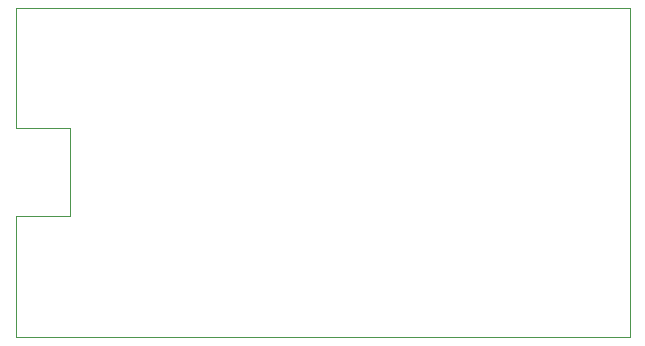
<source format=gm1>
G04 #@! TF.GenerationSoftware,KiCad,Pcbnew,5.1.6*
G04 #@! TF.CreationDate,2020-07-12T14:31:33+01:00*
G04 #@! TF.ProjectId,CY7CBreakout,43593743-4272-4656-916b-6f75742e6b69,rev?*
G04 #@! TF.SameCoordinates,PX7270e00PY7270e00*
G04 #@! TF.FileFunction,Profile,NP*
%FSLAX46Y46*%
G04 Gerber Fmt 4.6, Leading zero omitted, Abs format (unit mm)*
G04 Created by KiCad (PCBNEW 5.1.6) date 2020-07-12 14:31:33*
%MOMM*%
%LPD*%
G01*
G04 APERTURE LIST*
G04 #@! TA.AperFunction,Profile*
%ADD10C,0.050000*%
G04 #@! TD*
G04 APERTURE END LIST*
D10*
X0Y10300000D02*
X0Y0D01*
X0Y27900000D02*
X0Y17700000D01*
X52000000Y0D02*
X0Y0D01*
X52000000Y0D02*
X52000000Y27900000D01*
X0Y27900000D02*
X52000000Y27900000D01*
G04 #@! TO.C,JP1*
X4600000Y10300000D02*
X4600000Y17700000D01*
X4600000Y17700000D02*
X0Y17700000D01*
X0Y10300000D02*
X4600000Y10300000D01*
G04 #@! TD*
M02*

</source>
